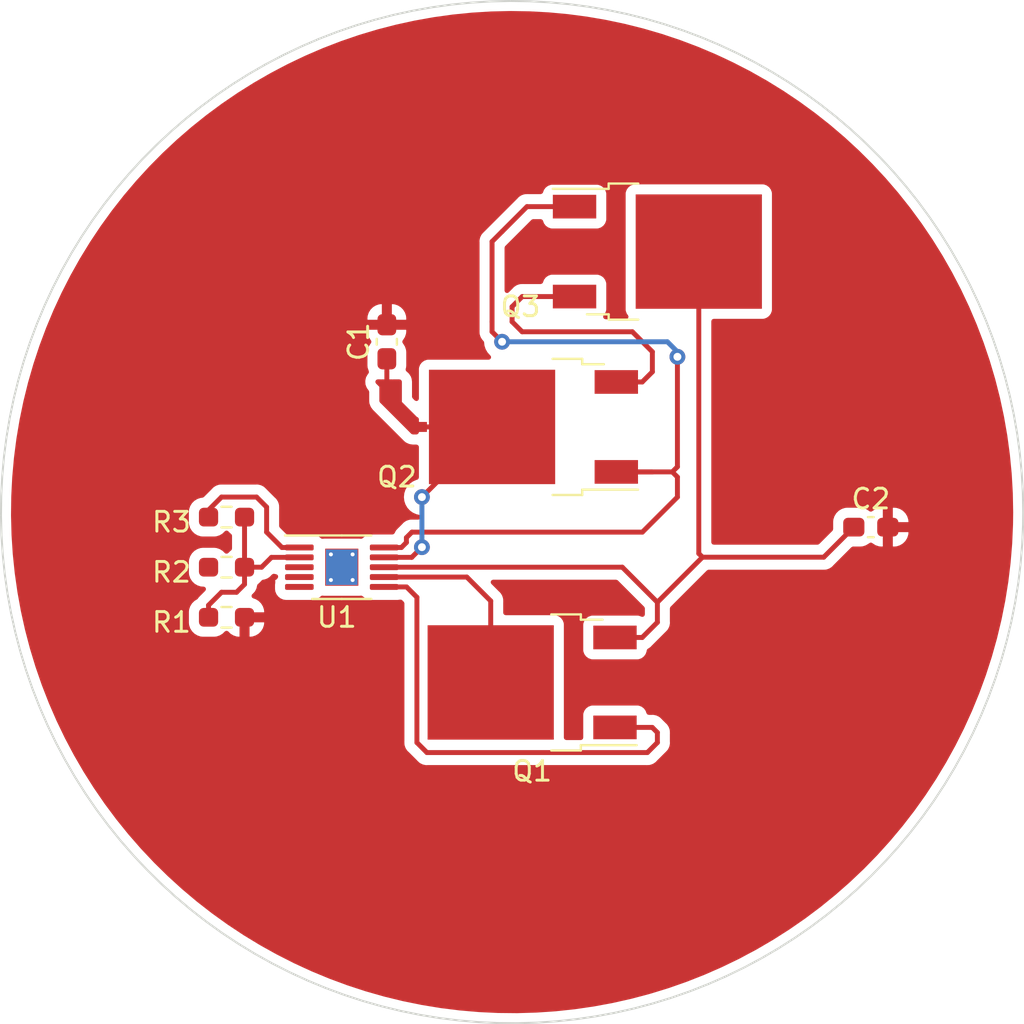
<source format=kicad_pcb>
(kicad_pcb (version 20211014) (generator pcbnew)
  (layers (0 "F.Cu" signal) (31 "B.Cu" signal) (34 "B.Paste" user) (35 "F.Paste" user) (36 "B.SilkS" user "B.Silkscreen") (37 "F.SilkS" user "F.Silkscreen") (38 "B.Mask" user) (39 "F.Mask" user) (44 "Edge.Cuts" user))
  (net 0 "")
  (net 1 "EXT Power Supply")
  (net 2 "GND")
  (net 3 "MAIN Power Supply")
  (net 4 "Net-(Q1-Pad1)")
  (net 5 "INT Power Supply")
  (net 6 "Net-(R1-Pad2)")
  (net 7 "Net-(R3-Pad2)")
  (net 9 "Net-(Q2-Pad3)")
  (net 10 "Net-(U1-Pad10)")
  (footprint "Resistor_SMD:R_0603_1608Metric_Pad0.98x0.95mm_HandSolder" (layer "F.Cu") (at 143.002 103.124 180)
    (fp_text reference "R1" (at 2.794 -0.254) (layer "F.SilkS"))
    (fp_text value "10k")
    (fp_line (start -0.254724 -0.5225) (end 0.254724 -0.5225) (layer "F.SilkS") (width 0.12))
    (fp_line (start -0.254724 0.5225) (end 0.254724 0.5225) (layer "F.SilkS") (width 0.12))
    (pad "1" smd roundrect (at -0.9125 0 180) (size 0.975 0.95) (layers "F.Cu" "F.Paste" "F.Mask") (net 2 "GND"))
    (pad "2" smd roundrect (at 0.9125 0 180) (size 0.975 0.95) (layers "F.Cu" "F.Paste" "F.Mask") (net 6 "Net-(R1-Pad2)"))
  )
  (footprint "Package_TO_SOT_SMD:TO-252-2" (layer "F.Cu") (at 158.564 93.472 180)
    (fp_text reference "Q2" (at 6.926 -2.54) (layer "F.SilkS"))
    (fp_text value "Q_PMOS_GDS")
    (fp_line (start -2.47 3.45) (end -2.47 3.18) (layer "F.SilkS") (width 0.12))
    (fp_line (start -0.97 3.45) (end -2.47 3.45) (layer "F.SilkS") (width 0.12))
    (fp_line (start -0.97 -3.45) (end -2.47 -3.45) (layer "F.SilkS") (width 0.12))
    (fp_line (start -2.47 3.18) (end -3.57 3.18) (layer "F.SilkS") (width 0.12))
    (fp_line (start -2.47 -3.18) (end -5.3 -3.18) (layer "F.SilkS") (width 0.12))
    (fp_line (start -2.47 -3.45) (end -2.47 -3.18) (layer "F.SilkS") (width 0.12))
    (pad "1" smd rect (at -4.2 -2.28 180) (size 2.2 1.2) (layers "F.Cu" "F.Paste" "F.Mask") (net 10 "Net-(U1-Pad10)"))
    (pad "2" smd rect (at 2.1 0 180) (size 6.4 5.8) (layers "F.Cu" "F.Mask") (net 1 "EXT Power Supply"))
    (pad "3" smd rect (at -4.2 2.28 180) (size 2.2 1.2) (layers "F.Cu" "F.Paste" "F.Mask") (net 9 "Net-(Q2-Pad3)"))
  )
  (footprint "Resistor_SMD:R_0603_1608Metric_Pad0.98x0.95mm_HandSolder" (layer "F.Cu") (at 143.002 98.044 180)
    (fp_text reference "R3" (at 2.794 -0.254) (layer "F.SilkS"))
    (fp_text value "68k")
    (fp_line (start -0.254724 -0.5225) (end 0.254724 -0.5225) (layer "F.SilkS") (width 0.12))
    (fp_line (start -0.254724 0.5225) (end 0.254724 0.5225) (layer "F.SilkS") (width 0.12))
    (pad "1" smd roundrect (at -0.9125 0 180) (size 0.975 0.95) (layers "F.Cu" "F.Paste" "F.Mask") (net 6 "Net-(R1-Pad2)"))
    (pad "2" smd roundrect (at 0.9125 0 180) (size 0.975 0.95) (layers "F.Cu" "F.Paste" "F.Mask") (net 7 "Net-(R3-Pad2)"))
  )
  (footprint "Package_TO_SOT_SMD:TO-252-2" (layer "F.Cu") (at 158.496 106.426 180)
    (fp_text reference "Q1" (at 0 -4.5) (layer "F.SilkS"))
    (fp_text value "Q_PMOS_GDS")
    (fp_line (start -0.97 3.45) (end -2.47 3.45) (layer "F.SilkS") (width 0.12))
    (fp_line (start -2.47 3.18) (end -3.57 3.18) (layer "F.SilkS") (width 0.12))
    (fp_line (start -0.97 -3.45) (end -2.47 -3.45) (layer "F.SilkS") (width 0.12))
    (fp_line (start -2.47 -3.18) (end -5.3 -3.18) (layer "F.SilkS") (width 0.12))
    (fp_line (start -2.47 -3.45) (end -2.47 -3.18) (layer "F.SilkS") (width 0.12))
    (fp_line (start -2.47 3.45) (end -2.47 3.18) (layer "F.SilkS") (width 0.12))
    (pad "1" smd rect (at -4.2 -2.28 180) (size 2.2 1.2) (layers "F.Cu" "F.Paste" "F.Mask") (net 4 "Net-(Q1-Pad1)"))
    (pad "2" smd rect (at 2.1 0 180) (size 6.4 5.8) (layers "F.Cu" "F.Mask") (net 5 "INT Power Supply"))
    (pad "3" smd rect (at -4.2 2.28 180) (size 2.2 1.2) (layers "F.Cu" "F.Paste" "F.Mask") (net 3 "MAIN Power Supply"))
  )
  (footprint "Capacitor_SMD:C_0603_1608Metric_Pad1.08x0.95mm_HandSolder" (layer "F.Cu") (at 175.6675 98.552)
    (fp_text reference "C2" (at 0 -1.43) (layer "F.SilkS"))
    (fp_text value "4.7u")
    (fp_line (start -0.146267 0.51) (end 0.146267 0.51) (layer "F.SilkS") (width 0.12))
    (fp_line (start -0.146267 -0.51) (end 0.146267 -0.51) (layer "F.SilkS") (width 0.12))
    (pad "1" smd roundrect (at -0.8625 0) (size 1.075 0.95) (layers "F.Cu" "F.Paste" "F.Mask") (net 3 "MAIN Power Supply"))
    (pad "2" smd roundrect (at 0.8625 0) (size 1.075 0.95) (layers "F.Cu" "F.Paste" "F.Mask") (net 2 "GND"))
  )
  (footprint "Resistor_SMD:R_0603_1608Metric_Pad0.98x0.95mm_HandSolder" (layer "F.Cu") (at 143.002 100.584 180)
    (fp_text reference "R2" (at 2.794 -0.254) (layer "F.SilkS"))
    (fp_text value "120k")
    (fp_line (start -0.254724 0.5225) (end 0.254724 0.5225) (layer "F.SilkS") (width 0.12))
    (fp_line (start -0.254724 -0.5225) (end 0.254724 -0.5225) (layer "F.SilkS") (width 0.12))
    (pad "1" smd roundrect (at -0.9125 0 180) (size 0.975 0.95) (layers "F.Cu" "F.Paste" "F.Mask") (net 6 "Net-(R1-Pad2)"))
    (pad "2" smd roundrect (at 0.9125 0 180) (size 0.975 0.95) (layers "F.Cu" "F.Paste" "F.Mask") (net 1 "EXT Power Supply"))
  )
  (footprint "Package_SO:MSOP-10-1EP_3x3mm_P0.5mm_EP1.68x1.88mm_ThermalVias" (layer "F.Cu") (at 148.844 100.584)
    (fp_text reference "U1" (at -0.254 2.54) (layer "F.SilkS"))
    (fp_text value "LTC4416EMS#PBF")
    (fp_line (start 0 -1.61) (end -2.875 -1.61) (layer "F.SilkS") (width 0.12))
    (fp_line (start 0 1.61) (end -1.5 1.61) (layer "F.SilkS") (width 0.12))
    (fp_line (start 0 -1.61) (end 1.5 -1.61) (layer "F.SilkS") (width 0.12))
    (fp_line (start 0 1.61) (end 1.5 1.61) (layer "F.SilkS") (width 0.12))
    (pad "1" smd roundrect (at -2.15 -1) (size 1.45 0.3) (layers "F.Cu" "F.Paste" "F.Mask") (net 7 "Net-(R3-Pad2)"))
    (pad "2" smd roundrect (at -2.15 -0.5) (size 1.45 0.3) (layers "F.Cu" "F.Paste" "F.Mask") (net 6 "Net-(R1-Pad2)"))
    (pad "3" smd roundrect (at -2.15 0) (size 1.45 0.3) (layers "F.Cu" "F.Paste" "F.Mask") (net 2 "GND"))
    (pad "4" smd roundrect (at -2.15 0.5) (size 1.45 0.3) (layers "F.Cu" "F.Paste" "F.Mask") (net 2 "GND"))
    (pad "5" smd roundrect (at -2.15 1) (size 1.45 0.3) (layers "F.Cu" "F.Paste" "F.Mask"))
    (pad "6" smd roundrect (at 2.15 1) (size 1.45 0.3) (layers "F.Cu" "F.Paste" "F.Mask") (net 4 "Net-(Q1-Pad1)"))
    (pad "7" smd roundrect (at 2.15 0.5) (size 1.45 0.3) (layers "F.Cu" "F.Paste" "F.Mask") (net 5 "INT Power Supply"))
    (pad "8" smd roundrect (at 2.15 0) (size 1.45 0.3) (layers "F.Cu" "F.Paste" "F.Mask") (net 3 "MAIN Power Supply"))
    (pad "9" smd roundrect (at 2.15 -0.5) (size 1.45 0.3) (layers "F.Cu" "F.Paste" "F.Mask") (net 1 "EXT Power Supply"))
    (pad "10" smd roundrect (at 2.15 -1) (size 1.45 0.3) (layers "F.Cu" "F.Paste" "F.Mask") (net 10 "Net-(U1-Pad10)"))
    (pad "11" smd rect (at 0 0) (size 1.68 1.88) (layers "F.Cu" "F.Mask"))
    (pad "11" thru_hole circle (at 0.55 0.65) (size 0.5 0.5) (drill 0.2) (layers *.Cu))
    (pad "11" smd rect (at 0 0) (size 1.6 1.8) (layers "B.Cu"))
    (pad "11" thru_hole circle (at -0.55 0.65) (size 0.5 0.5) (drill 0.2) (layers *.Cu))
    (pad "11" thru_hole circle (at -0.55 -0.65) (size 0.5 0.5) (drill 0.2) (layers *.Cu))
    (pad "11" thru_hole circle (at 0.55 -0.65) (size 0.5 0.5) (drill 0.2) (layers *.Cu))
  )
  (footprint "Package_TO_SOT_SMD:TO-252-2" (layer "F.Cu") (at 164.846 84.582)
    (fp_text reference "Q3" (at -6.941 2.793) (layer "F.SilkS"))
    (fp_text value "Q_PMOS_GDS")
    (fp_line (start -2.47 3.18) (end -3.57 3.18) (layer "F.SilkS") (width 0.12))
    (fp_line (start -2.47 -3.45) (end -2.47 -3.18) (layer "F.SilkS") (width 0.12))
    (fp_line (start -0.97 -3.45) (end -2.47 -3.45) (layer "F.SilkS") (width 0.12))
    (fp_line (start -0.97 3.45) (end -2.47 3.45) (layer "F.SilkS") (width 0.12))
    (fp_line (start -2.47 -3.18) (end -5.3 -3.18) (layer "F.SilkS") (width 0.12))
    (fp_line (start -2.47 3.45) (end -2.47 3.18) (layer "F.SilkS") (width 0.12))
    (pad "1" smd rect (at -4.2 -2.28) (size 2.2 1.2) (layers "F.Cu" "F.Paste" "F.Mask") (net 10 "Net-(U1-Pad10)"))
    (pad "2" smd rect (at 2.1 0) (size 6.4 5.8) (layers "F.Cu" "F.Mask") (net 3 "MAIN Power Supply"))
    (pad "3" smd rect (at -4.2 2.28) (size 2.2 1.2) (layers "F.Cu" "F.Paste" "F.Mask") (net 9 "Net-(Q2-Pad3)"))
  )
  (footprint "Capacitor_SMD:C_0603_1608Metric_Pad1.08x0.95mm_HandSolder" (layer "F.Cu") (at 151.13 89.154 90)
    (fp_text reference "C1" (at 0 -1.43 90) (layer "F.SilkS"))
    (fp_text value "2u")
    (fp_line (start -0.146267 -0.51) (end 0.146267 -0.51) (layer "F.SilkS") (width 0.12))
    (fp_line (start -0.146267 0.51) (end 0.146267 0.51) (layer "F.SilkS") (width 0.12))
    (pad "1" smd roundrect (at -0.8625 0 90) (size 1.075 0.95) (layers "F.Cu" "F.Paste" "F.Mask") (net 1 "EXT Power Supply"))
    (pad "2" smd roundrect (at 0.8625 0 90) (size 1.075 0.95) (layers "F.Cu" "F.Paste" "F.Mask") (net 2 "GND"))
  )
  (gr_poly (pts (xy 183.39424 97.79) (xy 183.375139 96.795209) (xy 183.317864 95.801885) (xy 183.2225 94.811491) (xy 183.089187 93.825488) (xy 182.918122 92.84533) (xy 182.709557 91.872461) (xy 182.4638 90.908315) (xy 182.181212 89.954314) (xy 181.86221 89.011864) (xy 181.507265 88.082355) (xy 181.1169 87.167156) (xy 180.69169 86.267617) (xy 180.232262 85.385064) (xy 179.739293 84.520798) (xy 179.21351 83.676093) (xy 178.655689 82.852195) (xy 178.066651 82.050317) (xy 177.447265 81.271642) (xy 176.798444 80.517318) (xy 176.121144 79.788456) (xy 175.416364 79.086132) (xy 174.685143 78.411381) (xy 173.928559 77.765197) (xy 173.147727 77.148533) (xy 172.343797 76.562297) (xy 171.517957 76.007355) (xy 170.671421 75.484525) (xy 169.80544 74.994576) (xy 168.921289 74.538231) (xy 168.020271 74.116164) (xy 167.103715 73.728995) (xy 166.172972 73.377297) (xy 165.229415 73.061587) (xy 164.274433 72.782331) (xy 163.309436 72.53994) (xy 162.335844 72.334772) (xy 161.355095 72.16713) (xy 160.368633 72.03726) (xy 159.377912 71.945353) (xy 158.384394 71.891546) (xy 157.389542 71.875918) (xy 156.394824 71.898491) (xy 155.401706 71.959233) (xy 154.411651 72.058054) (xy 153.42612 72.194807) (xy 152.446564 72.369293) (xy 151.474429 72.581252) (xy 150.511147 72.830374) (xy 149.558139 73.11629) (xy 148.616808 73.43858) (xy 147.688543 73.796767) (xy 146.774713 74.190325) (xy 145.876664 74.618673) (xy 144.99572 75.081178) (xy 144.13318 75.577161) (xy 143.290315 76.105889) (xy 142.468369 76.666583) (xy 141.668552 77.258416) (xy 140.892044 77.880516) (xy 140.139989 78.531967) (xy 139.413496 79.211806) (xy 138.713637 79.919034) (xy 138.041442 80.652606) (xy 137.397903 81.411441) (xy 136.783968 82.194421) (xy 136.200542 83.000392) (xy 135.648486 83.828165) (xy 135.128614 84.67652) (xy 134.641691 85.544206) (xy 134.188435 86.429945) (xy 133.769516 87.33243) (xy 133.385549 88.250332) (xy 133.037102 89.182297) (xy 132.724687 90.126951) (xy 132.448766 91.082901) (xy 132.209746 92.048739) (xy 132.007977 93.023041) (xy 131.843759 94.004369) (xy 131.717333 94.991279) (xy 131.628886 95.982314) (xy 131.578547 96.976014) (xy 131.566392 97.970914) (xy 131.592437 98.965547) (xy 131.656645 99.958448) (xy 131.758921 100.948151) (xy 131.899114 101.933199) (xy 132.077018 102.91214) (xy 132.292369 103.883529) (xy 132.544852 104.845936) (xy 132.834093 105.797941) (xy 133.159667 106.73814) (xy 133.521092 107.665149) (xy 133.917837 108.5776) (xy 134.349317 109.474149) (xy 134.814895 110.353473) (xy 135.313885 111.214276) (xy 135.845552 112.05529) (xy 136.409112 112.875274) (xy 137.003733 113.67302) (xy 137.62854 114.447352) (xy 138.282612 115.197129) (xy 138.964984 115.921244) (xy 139.674649 116.61863) (xy 140.410563 117.288261) (xy 141.17164 117.929147) (xy 141.956759 118.540345) (xy 142.764761 119.120953) (xy 143.594456 119.670117) (xy 144.44462 120.187025) (xy 145.314001 120.670916) (xy 146.201317 121.121077) (xy 147.105259 121.536844) (xy 148.024495 121.917604) (xy 148.957671 122.262796) (xy 149.903409 122.571911) (xy 150.860317 122.844493) (xy 151.826984 123.080141) (xy 152.801984 123.278507) (xy 153.78388 123.439299) (xy 154.771224 123.562279) (xy 155.762562 123.647267) (xy 156.756432 123.694136) (xy 157.751368 123.702819) (xy 158.745905 123.673302) (xy 159.738575 123.605628) (xy 160.727915 123.499898) (xy 161.712468 123.356268) (xy 162.690782 123.174948) (xy 163.661413 122.956207) (xy 164.622933 122.700366) (xy 165.573922 122.407804) (xy 166.51298 122.07895) (xy 167.438721 121.714291) (xy 168.349782 121.314363) (xy 169.244819 120.879757) (xy 170.122512 120.411112) (xy 170.981569 119.90912) (xy 171.820721 119.374521) (xy 172.638734 118.808102) (xy 173.434399 118.2107) (xy 174.206545 117.583194) (xy 174.954034 116.926509) (xy 175.675763 116.241614) (xy 176.370668 115.529518) (xy 177.037725 114.791271) (xy 177.675951 114.027962) (xy 178.284405 113.240715) (xy 178.862189 112.430691) (xy 179.408453 111.599084) (xy 179.92239 110.74712) (xy 180.403244 109.876055) (xy 180.850305 108.987174) (xy 181.262914 108.081786) (xy 181.640463 107.161226) (xy 181.982395 106.226851) (xy 182.288207 105.280039) (xy 182.557448 104.322186) (xy 182.78972 103.354703) (xy 182.984681 102.379016) (xy 183.142044 101.396565) (xy 183.261577 100.408797) (xy 183.343104 99.417169) (xy 183.386504 98.423141)) (layer "Edge.Cuts") (width 0) (fill none))
  (segment (start 151.13 92.202) (end 152.4 93.472) (width 0.25) (layer "F.Cu") (net 1))
  (segment (start 152.4 93.472) (end 156.464 93.472) (width 0.25) (layer "F.Cu") (net 1))
  (segment (start 150.994 100.084) (end 152.392 100.084) (width 0.25) (layer "F.Cu") (net 1))
  (segment (start 152.908 97.028) (end 156.464 93.472) (width 0.25) (layer "F.Cu") (net 1))
  (segment (start 151.13 90.0165) (end 151.13 92.202) (width 0.25) (layer "F.Cu") (net 1))
  (segment (start 152.392 100.084) (end 152.908 99.568) (width 0.25) (layer "F.Cu") (net 1))
  (via (at 152.908 97.028) (size 0.8) (drill 0.4) (layers "F.Cu" "B.Cu") (net 1))
  (via (at 152.908 99.568) (size 0.8) (drill 0.4) (layers "F.Cu" "B.Cu") (net 1))
  (segment (start 152.908 97.028) (end 152.908 99.568) (width 0.25) (layer "B.Cu") (net 1))
  (segment (start 164.078 104.146) (end 162.696 104.146) (width 0.25) (layer "F.Cu") (net 3))
  (segment (start 167.132 100.076) (end 166.946 99.89) (width 0.25) (layer "F.Cu") (net 3))
  (segment (start 150.994 100.584) (end 163.068 100.584) (width 0.25) (layer "F.Cu") (net 3))
  (segment (start 164.846 103.378) (end 164.078 104.146) (width 0.25) (layer "F.Cu") (net 3))
  (segment (start 166.946 84.582) (end 169.418 84.582) (width 0.25) (layer "F.Cu") (net 3))
  (segment (start 166.946 99.89) (end 166.946 84.582) (width 0.25) (layer "F.Cu") (net 3))
  (segment (start 167.132 100.076) (end 173.281 100.076) (width 0.25) (layer "F.Cu") (net 3))
  (segment (start 164.846 102.362) (end 164.846 103.378) (width 0.25) (layer "F.Cu") (net 3))
  (segment (start 163.068 100.584) (end 164.846 102.362) (width 0.25) (layer "F.Cu") (net 3))
  (segment (start 173.281 100.076) (end 174.805 98.552) (width 0.25) (layer "F.Cu") (net 3))
  (segment (start 167.132 100.076) (end 164.846 102.362) (width 0.25) (layer "F.Cu") (net 3))
  (segment (start 152.13 101.584) (end 152.654 102.108) (width 0.25) (layer "F.Cu") (net 4))
  (segment (start 153.162 109.982) (end 164.338 109.982) (width 0.25) (layer "F.Cu") (net 4))
  (segment (start 150.994 101.584) (end 152.13 101.584) (width 0.25) (layer "F.Cu") (net 4))
  (segment (start 152.654 109.474) (end 153.162 109.982) (width 0.25) (layer "F.Cu") (net 4))
  (segment (start 164.846 109.474) (end 164.846 108.966) (width 0.25) (layer "F.Cu") (net 4))
  (segment (start 152.654 102.108) (end 152.654 109.474) (width 0.25) (layer "F.Cu") (net 4))
  (segment (start 164.586 108.706) (end 162.696 108.706) (width 0.25) (layer "F.Cu") (net 4))
  (segment (start 164.846 108.966) (end 164.586 108.706) (width 0.25) (layer "F.Cu") (net 4))
  (segment (start 164.338 109.982) (end 164.846 109.474) (width 0.25) (layer "F.Cu") (net 4))
  (segment (start 156.396 102.294) (end 156.396 106.426) (width 0.25) (layer "F.Cu") (net 5))
  (segment (start 155.186 101.084) (end 156.396 102.294) (width 0.25) (layer "F.Cu") (net 5))
  (segment (start 150.994 101.084) (end 155.186 101.084) (width 0.25) (layer "F.Cu") (net 5))
  (segment (start 143.9145 100.584) (end 143.9145 101.4495) (width 0.25) (layer "F.Cu") (net 6))
  (segment (start 144.78 100.584) (end 145.28 100.084) (width 0.25) (layer "F.Cu") (net 6))
  (segment (start 142.0895 102.5125) (end 142.0895 103.124) (width 0.25) (layer "F.Cu") (net 6))
  (segment (start 143.9145 100.584) (end 143.9145 98.044) (width 0.25) (layer "F.Cu") (net 6))
  (segment (start 142.748 101.854) (end 142.0895 102.5125) (width 0.25) (layer "F.Cu") (net 6))
  (segment (start 143.9145 100.584) (end 144.78 100.584) (width 0.25) (layer "F.Cu") (net 6))
  (segment (start 145.28 100.084) (end 146.694 100.084) (width 0.25) (layer "F.Cu") (net 6))
  (segment (start 143.51 101.854) (end 142.748 101.854) (width 0.25) (layer "F.Cu") (net 6))
  (segment (start 143.9145 101.4495) (end 143.51 101.854) (width 0.25) (layer "F.Cu") (net 6))
  (segment (start 146.686 100.076) (end 146.694 100.084) (width 0.25) (layer "F.Cu") (net 6))
  (segment (start 144.526 97.028) (end 145.034 97.536) (width 0.25) (layer "F.Cu") (net 7))
  (segment (start 145.034 98.806) (end 145.812 99.584) (width 0.25) (layer "F.Cu") (net 7))
  (segment (start 142.0895 97.6865) (end 142.748 97.028) (width 0.25) (layer "F.Cu") (net 7))
  (segment (start 142.0895 98.044) (end 142.0895 97.6865) (width 0.25) (layer "F.Cu") (net 7))
  (segment (start 145.034 97.536) (end 145.034 98.806) (width 0.25) (layer "F.Cu") (net 7))
  (segment (start 145.812 99.584) (end 146.694 99.584) (width 0.25) (layer "F.Cu") (net 7))
  (segment (start 142.748 97.028) (end 144.526 97.028) (width 0.25) (layer "F.Cu") (net 7))
  (segment (start 157.988 88.646) (end 163.576 88.646) (width 0.25) (layer "F.Cu") (net 9))
  (segment (start 164.592 89.662) (end 164.592 90.678) (width 0.25) (layer "F.Cu") (net 9))
  (segment (start 157.48 87.376) (end 157.48 88.138) (width 0.25) (layer "F.Cu") (net 9))
  (segment (start 163.576 88.646) (end 164.592 89.662) (width 0.25) (layer "F.Cu") (net 9))
  (segment (start 160.646 86.862) (end 157.994 86.862) (width 0.25) (layer "F.Cu") (net 9))
  (segment (start 157.48 88.138) (end 157.988 88.646) (width 0.25) (layer "F.Cu") (net 9))
  (segment (start 157.994 86.862) (end 157.48 87.376) (width 0.25) (layer "F.Cu") (net 9))
  (segment (start 164.078 91.192) (end 162.764 91.192) (width 0.25) (layer "F.Cu") (net 9))
  (segment (start 164.592 90.678) (end 164.078 91.192) (width 0.25) (layer "F.Cu") (net 9))
  (segment (start 165.862 97.028) (end 165.862 96.012) (width 0.25) (layer "F.Cu") (net 10))
  (segment (start 160.646 82.302) (end 158.236 82.302) (width 0.25) (layer "F.Cu") (net 10))
  (segment (start 150.994 99.584) (end 151.867401 99.584) (width 0.25) (layer "F.Cu") (net 10))
  (segment (start 156.972 83.566) (end 156.464 84.074) (width 0.25) (layer "F.Cu") (net 10))
  (segment (start 165.862 89.916) (end 165.862 95.492) (width 0.25) (layer "F.Cu") (net 10))
  (segment (start 165.862 96.012) (end 165.602 95.752) (width 0.25) (layer "F.Cu") (net 10))
  (segment (start 152.121319 99.084681) (end 152.4 98.806) (width 0.25) (layer "F.Cu") (net 10))
  (segment (start 156.464 88.646) (end 156.972 89.154) (width 0.25) (layer "F.Cu") (net 10))
  (segment (start 164.084 98.806) (end 165.862 97.028) (width 0.25) (layer "F.Cu") (net 10))
  (segment (start 156.464 88.138) (end 156.464 88.646) (width 0.25) (layer "F.Cu") (net 10))
  (segment (start 165.602 95.752) (end 162.764 95.752) (width 0.25) (layer "F.Cu") (net 10))
  (segment (start 165.862 95.492) (end 165.602 95.752) (width 0.25) (layer "F.Cu") (net 10))
  (segment (start 151.867401 99.584) (end 152.121319 99.330082) (width 0.25) (layer "F.Cu") (net 10))
  (segment (start 156.464 84.074) (end 156.464 88.138) (width 0.25) (layer "F.Cu") (net 10))
  (segment (start 164.598 95.752) (end 162.764 95.752) (width 0.25) (layer "F.Cu") (net 10))
  (segment (start 152.4 98.806) (end 164.084 98.806) (width 0.25) (layer "F.Cu") (net 10))
  (segment (start 152.121319 99.330082) (end 152.121319 99.084681) (width 0.25) (layer "F.Cu") (net 10))
  (segment (start 158.236 82.302) (end 156.972 83.566) (width 0.25) (layer "F.Cu") (net 10))
  (via (at 165.862 89.916) (size 0.8) (drill 0.4) (layers "F.Cu" "B.Cu") (net 10))
  (via (at 156.972 89.154) (size 0.8) (drill 0.4) (layers "F.Cu" "B.Cu") (net 10))
  (segment (start 165.354 89.154) (end 165.862 89.662) (width 0.25) (layer "B.Cu") (net 10))
  (segment (start 165.862 89.662) (end 165.862 89.916) (width 0.25) (layer "B.Cu") (net 10))
  (segment (start 156.972 89.154) (end 165.354 89.154) (width 0.25) (layer "B.Cu") (net 10))
  (zone (net 2) (net_name "GND") (layers F&B.Cu) (connect_pads (clearance 0.508)) (min_thickness 0.254) (fill yes (thermal_gap 0.508) (thermal_bridge_width 0.508))
    (polygon (pts (xy 183.39424 97.79) (xy 183.375139 96.795209) (xy 183.317864 95.801885) (xy 183.2225 94.811491) (xy 183.089187 93.825488) (xy 182.918122 92.84533) (xy 182.709557 91.872461) (xy 182.4638 90.908315) (xy 182.181212 89.954314) (xy 181.86221 89.011864) (xy 181.507265 88.082355) (xy 181.1169 87.167156) (xy 180.69169 86.267617) (xy 180.232262 85.385064) (xy 179.739293 84.520798) (xy 179.21351 83.676093) (xy 178.655689 82.852195) (xy 178.066651 82.050317) (xy 177.447265 81.271642) (xy 176.798444 80.517318) (xy 176.121144 79.788456) (xy 175.416364 79.086132) (xy 174.685143 78.411381) (xy 173.928559 77.765197) (xy 173.147727 77.148533) (xy 172.343797 76.562297) (xy 171.517957 76.007355) (xy 170.671421 75.484525) (xy 169.80544 74.994576) (xy 168.921289 74.538231) (xy 168.020271 74.116164) (xy 167.103715 73.728995) (xy 166.172972 73.377297) (xy 165.229415 73.061587) (xy 164.274433 72.782331) (xy 163.309436 72.53994) (xy 162.335844 72.334772) (xy 161.355095 72.16713) (xy 160.368633 72.03726) (xy 159.377912 71.945353) (xy 158.384394 71.891546) (xy 157.389542 71.875918) (xy 156.394824 71.898491) (xy 155.401706 71.959233) (xy 154.411651 72.058054) (xy 153.42612 72.194807) (xy 152.446564 72.369293) (xy 151.474429 72.581252) (xy 150.511147 72.830374) (xy 149.558139 73.11629) (xy 148.616808 73.43858) (xy 147.688543 73.796767) (xy 146.774713 74.190325) (xy 145.876664 74.618673) (xy 144.99572 75.081178) (xy 144.13318 75.577161) (xy 143.290315 76.105889) (xy 142.468369 76.666583) (xy 141.668552 77.258416) (xy 140.892044 77.880516) (xy 140.139989 78.531967) (xy 139.413496 79.211806) (xy 138.713637 79.919034) (xy 138.041442 80.652606) (xy 137.397903 81.411441) (xy 136.783968 82.194421) (xy 136.200542 83.000392) (xy 135.648486 83.828165) (xy 135.128614 84.67652) (xy 134.641691 85.544206) (xy 134.188435 86.429945) (xy 133.769516 87.33243) (xy 133.385549 88.250332) (xy 133.037102 89.182297) (xy 132.724687 90.126951) (xy 132.448766 91.082901) (xy 132.209746 92.048739) (xy 132.007977 93.023041) (xy 131.843759 94.004369) (xy 131.717333 94.991279) (xy 131.628886 95.982314) (xy 131.578547 96.976014) (xy 131.566392 97.970914) (xy 131.592437 98.965547) (xy 131.656645 99.958448) (xy 131.758921 100.948151) (xy 131.899114 101.933199) (xy 132.077018 102.91214) (xy 132.292369 103.883529) (xy 132.544852 104.845936) (xy 132.834093 105.797941) (xy 133.159667 106.73814) (xy 133.521092 107.665149) (xy 133.917837 108.5776) (xy 134.349317 109.474149) (xy 134.814895 110.353473) (xy 135.313885 111.214276) (xy 135.845552 112.05529) (xy 136.409112 112.875274) (xy 137.003733 113.67302) (xy 137.62854 114.447352) (xy 138.282612 115.197129) (xy 138.964984 115.921244) (xy 139.674649 116.61863) (xy 140.410563 117.288261) (xy 141.17164 117.929147) (xy 141.956759 118.540345) (xy 142.764761 119.120953) (xy 143.594456 119.670117) (xy 144.44462 120.187025) (xy 145.314001 120.670916) (xy 146.201317 121.121077) (xy 147.105259 121.536844) (xy 148.024495 121.917604) (xy 148.957671 122.262796) (xy 149.903409 122.571911) (xy 150.860317 122.844493) (xy 151.826984 123.080141) (xy 152.801984 123.278507) (xy 153.78388 123.439299) (xy 154.771224 123.562279) (xy 155.762562 123.647267) (xy 156.756432 123.694136) (xy 157.751368 123.702819) (xy 158.745905 123.673302) (xy 159.738575 123.605628) (xy 160.727915 123.499898) (xy 161.712468 123.356268) (xy 162.690782 123.174948) (xy 163.661413 122.956207) (xy 164.622933 122.700366) (xy 165.573922 122.407804) (xy 166.51298 122.07895) (xy 167.438721 121.714291) (xy 168.349782 121.314363) (xy 169.244819 120.879757) (xy 170.122512 120.411112) (xy 170.981569 119.90912) (xy 171.820721 119.374521) (xy 172.638734 118.808102) (xy 173.434399 118.2107) (xy 174.206545 117.583194) (xy 174.954034 116.926509) (xy 175.675763 116.241614) (xy 176.370668 115.529518) (xy 177.037725 114.791271) (xy 177.675951 114.027962) (xy 178.284405 113.240715) (xy 178.862189 112.430691) (xy 179.408453 111.599084) (xy 179.92239 110.74712) (xy 180.403244 109.876055) (xy 180.850305 108.987174) (xy 181.262914 108.081786) (xy 181.640463 107.161226) (xy 181.982395 106.226851) (xy 182.288207 105.280039) (xy 182.557448 104.322186) (xy 182.78972 103.354703) (xy 182.984681 102.379016) (xy 183.142044 101.396565) (xy 183.261577 100.408797) (xy 183.343104 99.417169) (xy 183.386504 98.423141)))
  )
  (zone (net 1) (net_name "EXT Power Supply") (layer "F.Cu") (priority 1) (connect_pads (clearance 0.508)) (min_thickness 0.254) (fill yes (thermal_gap 0.508) (thermal_bridge_width 0.508))
    (polygon (pts (xy 151.892 92.202) (xy 152.654 92.964) (xy 153.162 92.964) (xy 153.162 93.853) (xy 152.4 93.853) (xy 150.749 92.202) (xy 150.749 91.44) (xy 150.368 91.059) (xy 151.892 91.059)))
  )
)
</source>
